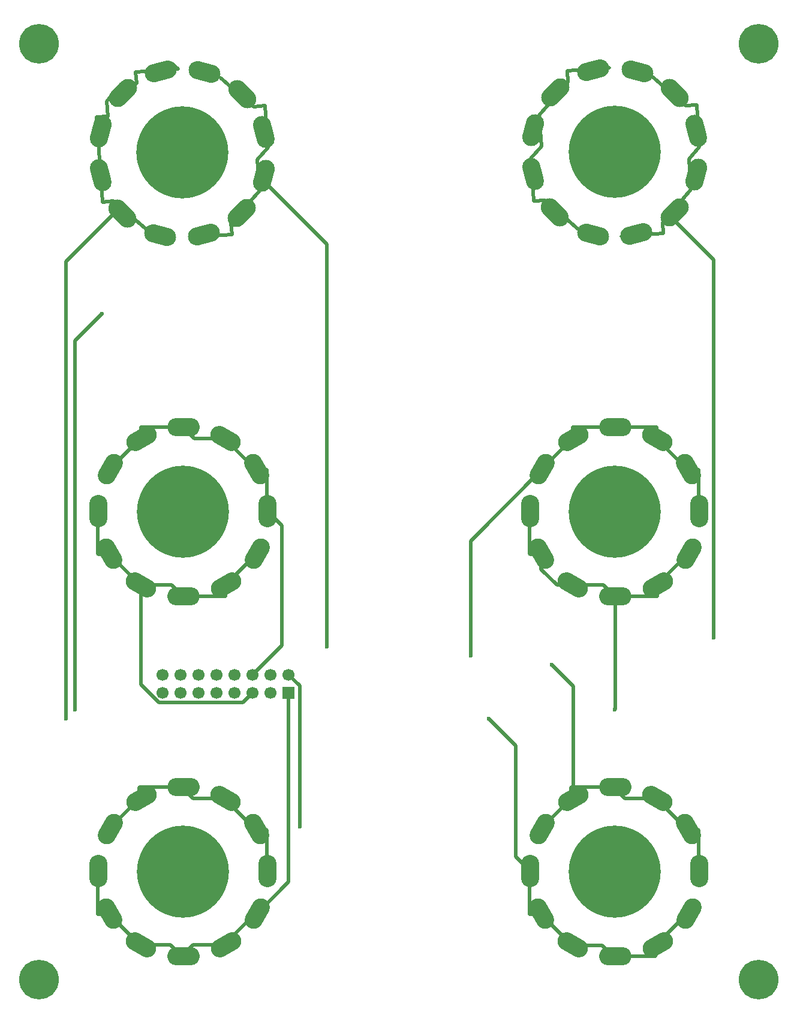
<source format=gbr>
%TF.GenerationSoftware,KiCad,Pcbnew,(6.0.10)*%
%TF.CreationDate,2023-09-11T12:43:08-04:00*%
%TF.ProjectId,pump_board,70756d70-5f62-46f6-9172-642e6b696361,rev?*%
%TF.SameCoordinates,Original*%
%TF.FileFunction,Copper,L2,Bot*%
%TF.FilePolarity,Positive*%
%FSLAX46Y46*%
G04 Gerber Fmt 4.6, Leading zero omitted, Abs format (unit mm)*
G04 Created by KiCad (PCBNEW (6.0.10)) date 2023-09-11 12:43:08*
%MOMM*%
%LPD*%
G01*
G04 APERTURE LIST*
G04 Aperture macros list*
%AMHorizOval*
0 Thick line with rounded ends*
0 $1 width*
0 $2 $3 position (X,Y) of the first rounded end (center of the circle)*
0 $4 $5 position (X,Y) of the second rounded end (center of the circle)*
0 Add line between two ends*
20,1,$1,$2,$3,$4,$5,0*
0 Add two circle primitives to create the rounded ends*
1,1,$1,$2,$3*
1,1,$1,$4,$5*%
G04 Aperture macros list end*
%TA.AperFunction,WasherPad*%
%ADD10C,13.000000*%
%TD*%
%TA.AperFunction,ComponentPad*%
%ADD11HorizOval,2.540000X-0.980457X0.266384X0.980457X-0.266384X0*%
%TD*%
%TA.AperFunction,ComponentPad*%
%ADD12HorizOval,2.540000X-0.720924X-0.715908X0.720924X0.715908X0*%
%TD*%
%TA.AperFunction,ComponentPad*%
%ADD13HorizOval,2.540000X-0.266384X-0.980457X0.266384X0.980457X0*%
%TD*%
%TA.AperFunction,ComponentPad*%
%ADD14HorizOval,2.540000X-0.715908X0.720924X0.715908X-0.720924X0*%
%TD*%
%TA.AperFunction,ComponentPad*%
%ADD15HorizOval,2.540000X-0.259533X0.982293X0.259533X-0.982293X0*%
%TD*%
%TA.AperFunction,ComponentPad*%
%ADD16HorizOval,2.540000X-0.982293X-0.259533X0.982293X0.259533X0*%
%TD*%
%TA.AperFunction,ComponentPad*%
%ADD17HorizOval,2.540000X-0.879882X0.508000X0.879882X-0.508000X0*%
%TD*%
%TA.AperFunction,ComponentPad*%
%ADD18O,4.572000X2.540000*%
%TD*%
%TA.AperFunction,ComponentPad*%
%ADD19O,2.540000X4.572000*%
%TD*%
%TA.AperFunction,ComponentPad*%
%ADD20HorizOval,2.540000X-0.508000X0.879882X0.508000X-0.879882X0*%
%TD*%
%TA.AperFunction,ComponentPad*%
%ADD21HorizOval,2.540000X0.879882X0.508000X-0.879882X-0.508000X0*%
%TD*%
%TA.AperFunction,ComponentPad*%
%ADD22HorizOval,2.540000X0.508000X0.879882X-0.508000X-0.879882X0*%
%TD*%
%TA.AperFunction,ComponentPad*%
%ADD23C,5.600000*%
%TD*%
%TA.AperFunction,ComponentPad*%
%ADD24R,1.700000X1.700000*%
%TD*%
%TA.AperFunction,ComponentPad*%
%ADD25C,1.700000*%
%TD*%
%TA.AperFunction,ViaPad*%
%ADD26C,0.600000*%
%TD*%
%TA.AperFunction,Conductor*%
%ADD27C,0.508000*%
%TD*%
G04 APERTURE END LIST*
D10*
%TO.P,U6,*%
%TO.N,*%
X154940000Y-214605069D03*
D11*
%TO.P,U6,1,POS(+)*%
%TO.N,Net-(J1-Pad12)*%
X158140827Y-203241338D03*
D12*
X163392215Y-223143465D03*
D13*
X166489170Y-217827667D03*
D14*
X163453952Y-206339824D03*
D15*
X166515976Y-211677122D03*
D16*
X158052284Y-226195523D03*
D12*
%TO.P,U6,2,NEG(-)*%
%TO.N,Net-(J1-Pad11)*%
X146568368Y-206201755D03*
D13*
X143448437Y-211567639D03*
D15*
X143432102Y-217776145D03*
D11*
X151880799Y-226282072D03*
D16*
X151953261Y-203111647D03*
D14*
X146512241Y-223163672D03*
%TD*%
D10*
%TO.P,U5,*%
%TO.N,*%
X93885036Y-214729724D03*
D11*
%TO.P,U5,1,POS(+)*%
%TO.N,Net-(J1-Pad10)*%
X97085863Y-203365993D03*
D12*
X102337251Y-223268120D03*
D13*
X105434206Y-217952322D03*
D14*
X102398988Y-206464479D03*
D15*
X105461012Y-211801777D03*
D16*
X96997320Y-226320178D03*
D12*
%TO.P,U5,2,NEG(-)*%
%TO.N,Net-(J1-Pad9)*%
X85513404Y-206326410D03*
D13*
X82393473Y-211692294D03*
D15*
X82377138Y-217900800D03*
D11*
X90825835Y-226406727D03*
D16*
X90898297Y-203236302D03*
D14*
X85457277Y-223288327D03*
%TD*%
D10*
%TO.P,U1,*%
%TO.N,*%
X93980000Y-316230000D03*
D17*
%TO.P,U1,1,POS(+)*%
%TO.N,Net-(J1-Pad2)*%
X100027830Y-305857869D03*
D18*
X94088187Y-304260822D03*
D19*
X105962902Y-316152381D03*
D20*
X104376164Y-310209976D03*
D21*
X88145782Y-305857869D03*
D22*
X83792878Y-310203227D03*
D20*
%TO.P,U1,2,NEG(-)*%
%TO.N,Net-(J1-Pad1)*%
X83698942Y-322147976D03*
D18*
X94088188Y-328136821D03*
D19*
X82086902Y-316152382D03*
D22*
X104470100Y-322141226D03*
D21*
X100083783Y-326535091D03*
D17*
X88089831Y-326535091D03*
%TD*%
D10*
%TO.P,U4,*%
%TO.N,*%
X154940000Y-265430000D03*
D17*
%TO.P,U4,1,POS(+)*%
%TO.N,Net-(J1-Pad8)*%
X160987830Y-255057869D03*
D18*
X155048187Y-253460822D03*
D20*
X165336164Y-259409976D03*
D21*
X149105782Y-255057869D03*
D22*
X144752878Y-259403227D03*
D19*
X166922902Y-265352381D03*
D22*
%TO.P,U4,2,NEG(-)*%
%TO.N,Net-(J1-Pad7)*%
X165430100Y-271341226D03*
D17*
X149049831Y-275735091D03*
D18*
X155048188Y-277336821D03*
D20*
X144658942Y-271347976D03*
D19*
X143046902Y-265352382D03*
D21*
X161043783Y-275735091D03*
%TD*%
D10*
%TO.P,U2,*%
%TO.N,*%
X154940000Y-316230000D03*
D19*
%TO.P,U2,1,POS(+)*%
%TO.N,Net-(J1-Pad4)*%
X166922902Y-316152381D03*
D21*
X149105782Y-305857869D03*
D20*
X165336164Y-310209976D03*
D18*
X155048187Y-304260822D03*
D22*
X144752878Y-310203227D03*
D17*
X160987830Y-305857869D03*
D19*
%TO.P,U2,2,NEG(-)*%
%TO.N,Net-(J1-Pad3)*%
X143046902Y-316152382D03*
D22*
X165430100Y-322141226D03*
D17*
X149049831Y-326535091D03*
D18*
X155048188Y-328136821D03*
D20*
X144658942Y-322147976D03*
D21*
X161043783Y-326535091D03*
%TD*%
D23*
%TO.P,H2,1,1*%
%TO.N,unconnected-(H2-Pad1)*%
X175260000Y-199390000D03*
%TD*%
D10*
%TO.P,U3,*%
%TO.N,*%
X93980000Y-265430000D03*
D22*
%TO.P,U3,1,POS(+)*%
%TO.N,Net-(J1-Pad6)*%
X83792878Y-259403227D03*
D21*
X88145782Y-255057869D03*
D17*
X100027830Y-255057869D03*
D18*
X94088187Y-253460822D03*
D20*
X104376164Y-259409976D03*
D19*
X105962902Y-265352381D03*
D22*
%TO.P,U3,2,NEG(-)*%
%TO.N,Net-(J1-Pad5)*%
X104470100Y-271341226D03*
D21*
X100083783Y-275735091D03*
D20*
X83698942Y-271347976D03*
D19*
X82086902Y-265352382D03*
D17*
X88089831Y-275735091D03*
D18*
X94088188Y-277336821D03*
%TD*%
D23*
%TO.P,H3,1,1*%
%TO.N,unconnected-(H3-Pad1)*%
X73660000Y-331470000D03*
%TD*%
%TO.P,H1,1,1*%
%TO.N,unconnected-(H1-Pad1)*%
X73660000Y-199390000D03*
%TD*%
%TO.P,H4,1,1*%
%TO.N,unconnected-(H4-Pad1)*%
X175260000Y-331470000D03*
%TD*%
D24*
%TO.P,J1,1,Pin_1*%
%TO.N,Net-(J1-Pad1)*%
X108926800Y-290935000D03*
D25*
%TO.P,J1,2,Pin_2*%
%TO.N,Net-(J1-Pad2)*%
X108926800Y-288395000D03*
%TO.P,J1,3,Pin_3*%
%TO.N,Net-(J1-Pad3)*%
X106386800Y-290935000D03*
%TO.P,J1,4,Pin_4*%
%TO.N,Net-(J1-Pad4)*%
X106386800Y-288395000D03*
%TO.P,J1,5,Pin_5*%
%TO.N,Net-(J1-Pad5)*%
X103846800Y-290935000D03*
%TO.P,J1,6,Pin_6*%
%TO.N,Net-(J1-Pad6)*%
X103846800Y-288395000D03*
%TO.P,J1,7,Pin_7*%
%TO.N,Net-(J1-Pad7)*%
X101306800Y-290935000D03*
%TO.P,J1,8,Pin_8*%
%TO.N,Net-(J1-Pad8)*%
X101306800Y-288395000D03*
%TO.P,J1,9,Pin_9*%
%TO.N,Net-(J1-Pad9)*%
X98766800Y-290935000D03*
%TO.P,J1,10,Pin_10*%
%TO.N,Net-(J1-Pad10)*%
X98766800Y-288395000D03*
%TO.P,J1,11,Pin_11*%
%TO.N,Net-(J1-Pad11)*%
X96226800Y-290935000D03*
%TO.P,J1,12,Pin_12*%
%TO.N,Net-(J1-Pad12)*%
X96226800Y-288395000D03*
%TO.P,J1,13,Pin_13*%
%TO.N,unconnected-(J1-Pad13)*%
X93686800Y-290935000D03*
%TO.P,J1,14,Pin_14*%
%TO.N,unconnected-(J1-Pad14)*%
X93686800Y-288395000D03*
%TO.P,J1,15,Pin_15*%
%TO.N,unconnected-(J1-Pad15)*%
X91146800Y-290935000D03*
%TO.P,J1,16,Pin_16*%
%TO.N,unconnected-(J1-Pad16)*%
X91146800Y-288395000D03*
%TD*%
D26*
%TO.N,Net-(J1-Pad3)*%
X137160000Y-294640000D03*
%TO.N,Net-(J1-Pad8)*%
X134620000Y-285750000D03*
%TO.N,Net-(J1-Pad7)*%
X154940000Y-293370000D03*
%TO.N,Net-(J1-Pad10)*%
X114300000Y-284480000D03*
%TO.N,Net-(J1-Pad9)*%
X77470000Y-294640000D03*
%TO.N,Net-(J1-Pad12)*%
X168910000Y-283210000D03*
%TO.N,Net-(J1-Pad11)*%
X82550000Y-237490000D03*
X78740000Y-293370000D03*
%TO.N,Net-(J1-Pad2)*%
X110490000Y-309880000D03*
%TO.N,Net-(J1-Pad4)*%
X146050000Y-287020000D03*
%TD*%
D27*
%TO.N,Net-(J1-Pad3)*%
X142939059Y-322209587D02*
X142959328Y-322229856D01*
X140970000Y-298450000D02*
X140970000Y-314075480D01*
X154813774Y-328179010D02*
X160725601Y-328179010D01*
X144525797Y-322229856D02*
X148874131Y-326578190D01*
X142959328Y-322229856D02*
X144525797Y-322229856D01*
X160725601Y-328179010D02*
X160756179Y-328148432D01*
X153216727Y-326581963D02*
X154813774Y-328179010D01*
X137160000Y-294640000D02*
X140970000Y-298450000D01*
X140970000Y-314075480D02*
X143046902Y-316152382D01*
X165101537Y-322236605D02*
X165109083Y-322236605D01*
X148874131Y-326581963D02*
X153216727Y-326581963D01*
X142939059Y-316287451D02*
X142939059Y-322209587D01*
X160756179Y-328148432D02*
X160756179Y-326581963D01*
X148874131Y-326578190D02*
X148874131Y-326581963D01*
X160756179Y-326581963D02*
X165101537Y-322236605D01*
%TO.N,Net-(J1-Pad6)*%
X107950000Y-267339479D02*
X105962902Y-265352381D01*
X99919987Y-255090905D02*
X95577391Y-255090905D01*
X105855059Y-259463281D02*
X105834790Y-259443012D01*
X99919987Y-255094678D02*
X99919987Y-255090905D01*
X83685035Y-259436263D02*
X88030393Y-255090905D01*
X105834790Y-259443012D02*
X104268321Y-259443012D01*
X93980344Y-253493858D02*
X88068517Y-253493858D01*
X95577391Y-255090905D02*
X93980344Y-253493858D01*
X105855059Y-265385417D02*
X105855059Y-259463281D01*
X103846800Y-288395000D02*
X107950000Y-284291800D01*
X107950000Y-284291800D02*
X107950000Y-267339479D01*
X88030393Y-255090905D02*
X88037939Y-255090905D01*
X88068517Y-253493858D02*
X88037939Y-253524436D01*
X88037939Y-253524436D02*
X88037939Y-255090905D01*
X104268321Y-259443012D02*
X99919987Y-255094678D01*
%TO.N,Net-(J1-Pad5)*%
X83591099Y-271381012D02*
X87978214Y-275768127D01*
X103846800Y-290935000D02*
X102488800Y-292293000D01*
X87978214Y-275768127D02*
X87981988Y-275768127D01*
X102488800Y-292293000D02*
X90584297Y-292293000D01*
X103846800Y-271729734D02*
X104149083Y-271427451D01*
X88089831Y-289798534D02*
X88089831Y-275735091D01*
X93980345Y-277369857D02*
X99940679Y-277369857D01*
X99940679Y-277369857D02*
X99975940Y-277334596D01*
X90584297Y-292293000D02*
X88089831Y-289798534D01*
X99975940Y-277334596D02*
X99975940Y-275768127D01*
X82024630Y-271381012D02*
X83591099Y-271381012D01*
X81979059Y-271335441D02*
X82024630Y-271381012D01*
X92378615Y-275768127D02*
X93980345Y-277369857D01*
X87981988Y-275768127D02*
X92378615Y-275768127D01*
X81979059Y-265385418D02*
X81979059Y-271335441D01*
X104362257Y-271381810D02*
X104362257Y-271374262D01*
X99975940Y-275768127D02*
X104362257Y-271381810D01*
%TO.N,Net-(J1-Pad8)*%
X166815059Y-265385417D02*
X166815059Y-259463281D01*
X148997939Y-255090905D02*
X144652581Y-259436263D01*
X134620000Y-285750000D02*
X134620000Y-269536105D01*
X149028517Y-253493858D02*
X148997939Y-253524436D01*
X160879987Y-255094678D02*
X160879987Y-255090905D01*
X148997939Y-253524436D02*
X148997939Y-255090905D01*
X165228321Y-259443012D02*
X160879987Y-255094678D01*
X154940344Y-253493858D02*
X160849409Y-253493858D01*
X154940344Y-253493858D02*
X149028517Y-253493858D01*
X160849409Y-253493858D02*
X160879987Y-253524436D01*
X160879987Y-253524436D02*
X160879987Y-255090905D01*
X144652581Y-259436263D02*
X144645035Y-259436263D01*
X144445808Y-259237036D02*
X144645035Y-259436263D01*
X134620000Y-269536105D02*
X144752878Y-259403227D01*
X166794790Y-259443012D02*
X165228321Y-259443012D01*
X166815059Y-259463281D02*
X166794790Y-259443012D01*
%TO.N,Net-(J1-Pad7)*%
X160935940Y-275760579D02*
X160935940Y-275768127D01*
X155048188Y-293261812D02*
X155048188Y-277336821D01*
X146803034Y-275768127D02*
X148941988Y-275768127D01*
X144551099Y-273519966D02*
X146799260Y-275768127D01*
X148941988Y-275768127D02*
X153338615Y-275768127D01*
X144551099Y-271381012D02*
X144551099Y-273519966D01*
X154940000Y-293370000D02*
X155048188Y-293261812D01*
X154940345Y-277369857D02*
X160900679Y-277369857D01*
X160935940Y-277334596D02*
X160935940Y-275768127D01*
X153338615Y-275768127D02*
X154940345Y-277369857D01*
X142984630Y-271381012D02*
X144551099Y-271381012D01*
X146799260Y-275768127D02*
X146803034Y-275768127D01*
X142939059Y-265385418D02*
X142939059Y-271335441D01*
X160900679Y-277369857D02*
X160935940Y-277334596D01*
X165322257Y-271374262D02*
X160935940Y-275760579D01*
X142939059Y-271335441D02*
X142984630Y-271381012D01*
%TO.N,Net-(J1-Pad10)*%
X114300000Y-284480000D02*
X114300000Y-227625501D01*
X114300000Y-227625501D02*
X105301662Y-218627163D01*
X105572167Y-208110632D02*
X104009514Y-208219904D01*
X99371624Y-204188247D02*
X99371098Y-204180720D01*
X106017192Y-214036429D02*
X105604804Y-208139003D01*
X104535440Y-215740990D02*
X106017192Y-214036429D01*
X104009514Y-208219904D02*
X99371624Y-204188247D01*
X95324888Y-227008983D02*
X94982938Y-226711731D01*
X100890648Y-226298623D02*
X100909454Y-226276990D01*
X94982938Y-226711731D02*
X100890648Y-226298623D01*
X105604804Y-208139003D02*
X105572167Y-208110632D01*
X104834600Y-220073271D02*
X104838364Y-220073007D01*
X100800183Y-224714337D02*
X104834600Y-220073271D01*
X100909454Y-226276990D02*
X100800183Y-224714337D01*
X104838364Y-220073007D02*
X104535440Y-215740990D01*
%TO.N,Net-(J1-Pad9)*%
X88897020Y-225640852D02*
X88904549Y-225640326D01*
X85315149Y-205069442D02*
X83229289Y-207468950D01*
X87448893Y-204920236D02*
X85315149Y-205069442D01*
X82652760Y-221680466D02*
X84215414Y-221571194D01*
X92602735Y-202272615D02*
X93317432Y-202893892D01*
X82199354Y-215701935D02*
X81783389Y-209753365D01*
X83229289Y-207468950D02*
X83229552Y-207472715D01*
X82615126Y-221647750D02*
X82652760Y-221680466D01*
X82199354Y-215701935D02*
X82615126Y-221647750D01*
X77470000Y-230087825D02*
X85001175Y-222556650D01*
X87339622Y-203357583D02*
X87448893Y-204920236D01*
X87381903Y-203308944D02*
X87339622Y-203357583D01*
X81816105Y-209715730D02*
X83378758Y-209606459D01*
X77470000Y-294640000D02*
X77470000Y-230087825D01*
X81783389Y-209753365D02*
X81816105Y-209715730D01*
X93317432Y-202893892D02*
X87381903Y-203308944D01*
X84215414Y-221571194D02*
X88897020Y-225640852D01*
X83229552Y-207472715D02*
X83378758Y-209606459D01*
%TO.N,Net-(J1-Pad12)*%
X165752839Y-219928399D02*
X165756603Y-219928136D01*
X166935431Y-213891557D02*
X166523043Y-207994131D01*
X166490406Y-207965761D02*
X164927753Y-208075032D01*
X161827693Y-226132118D02*
X161718422Y-224569465D01*
X168910000Y-283210000D02*
X168910000Y-229822539D01*
X160289864Y-204043376D02*
X160289337Y-204035848D01*
X165453679Y-215596118D02*
X166935431Y-213891557D01*
X164927753Y-208075032D02*
X160289864Y-204043376D01*
X161718422Y-224569465D02*
X165752839Y-219928399D01*
X165756603Y-219928136D02*
X165453679Y-215596118D01*
X166523043Y-207994131D02*
X166490406Y-207965761D01*
X161808888Y-226153752D02*
X161827693Y-226132118D01*
X168910000Y-229822539D02*
X162801440Y-223713979D01*
X155901178Y-226566859D02*
X161808888Y-226153752D01*
%TO.N,Net-(J1-Pad11)*%
X154235671Y-202749020D02*
X148300142Y-203164073D01*
X78740000Y-293370000D02*
X78740000Y-241300000D01*
X149815259Y-225495981D02*
X149822789Y-225495454D01*
X143117593Y-215557064D02*
X143533365Y-221502879D01*
X144296997Y-209461587D02*
X148367396Y-204779129D01*
X143571000Y-221535594D02*
X145133653Y-221426323D01*
X148367396Y-204779129D02*
X148367132Y-204775365D01*
X148300142Y-203164073D02*
X148257861Y-203212711D01*
X78740000Y-241300000D02*
X82550000Y-237490000D01*
X145133653Y-221426323D02*
X149815259Y-225495981D01*
X144296997Y-209461587D02*
X144603690Y-213847504D01*
X148257861Y-203212711D02*
X148367132Y-204775365D01*
X143533365Y-221502879D02*
X143571000Y-221535594D01*
X144603690Y-213847504D02*
X143117593Y-215557064D01*
%TO.N,Net-(J1-Pad1)*%
X81999328Y-322220702D02*
X83565797Y-322220702D01*
X87914131Y-326572809D02*
X92256727Y-326572809D01*
X104141537Y-322227451D02*
X104149083Y-322227451D01*
X81979059Y-316278297D02*
X81979059Y-322200433D01*
X87914131Y-326569036D02*
X87914131Y-326572809D01*
X83565797Y-322220702D02*
X87914131Y-326569036D01*
X95450821Y-326572809D02*
X93853774Y-328169856D01*
X99796179Y-326572809D02*
X104141537Y-322227451D01*
X108926800Y-317684526D02*
X104470100Y-322141226D01*
X99796179Y-326572809D02*
X95450821Y-326572809D01*
X92256727Y-326572809D02*
X93853774Y-328169856D01*
X81979059Y-322200433D02*
X81999328Y-322220702D01*
X108926800Y-290935000D02*
X108926800Y-317684526D01*
%TO.N,Net-(J1-Pad2)*%
X110490000Y-289958200D02*
X110490000Y-309880000D01*
X83471861Y-310281904D02*
X83471861Y-310289452D01*
X105809488Y-310282702D02*
X104243019Y-310282702D01*
X99852130Y-305895587D02*
X95455503Y-305895587D01*
X105855059Y-316278296D02*
X105855059Y-310328273D01*
X108926800Y-288395000D02*
X110490000Y-289958200D01*
X105855059Y-310328273D02*
X105809488Y-310282702D01*
X87893439Y-304293857D02*
X87858178Y-304329118D01*
X95455503Y-305895587D02*
X93853773Y-304293857D01*
X87858178Y-304329118D02*
X87858178Y-305895587D01*
X93853773Y-304293857D02*
X87893439Y-304293857D01*
X104243019Y-310282702D02*
X99855904Y-305895587D01*
X87858178Y-305895587D02*
X83471861Y-310281904D01*
X99855904Y-305895587D02*
X99852130Y-305895587D01*
%TO.N,Net-(J1-Pad4)*%
X160815904Y-305904741D02*
X160812130Y-305904741D01*
X166769488Y-310291856D02*
X165203019Y-310291856D01*
X148818178Y-304338272D02*
X148818178Y-305904741D01*
X148818178Y-305904741D02*
X144431861Y-310291058D01*
X154813773Y-304303011D02*
X148853439Y-304303011D01*
X156415503Y-305904741D02*
X154813773Y-304303011D01*
X149105782Y-290075782D02*
X149105782Y-305857869D01*
X160812130Y-305904741D02*
X156415503Y-305904741D01*
X165203019Y-310291856D02*
X160815904Y-305904741D01*
X166815059Y-310337427D02*
X166769488Y-310291856D01*
X166815059Y-316287450D02*
X166815059Y-310337427D01*
X148853439Y-304303011D02*
X148818178Y-304338272D01*
X144431861Y-310291058D02*
X144431861Y-310298606D01*
X146050000Y-287020000D02*
X149105782Y-290075782D01*
%TD*%
M02*

</source>
